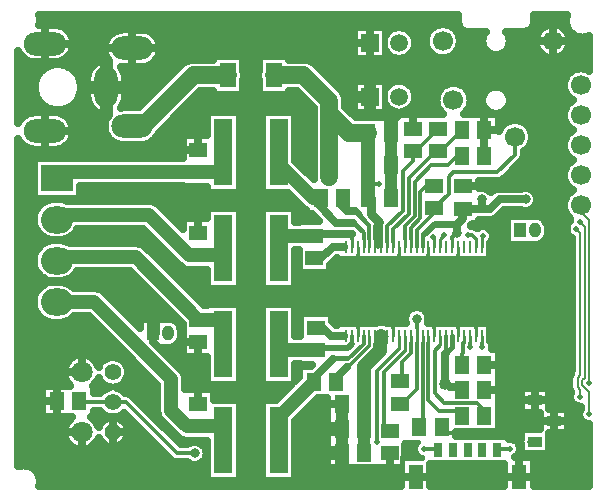
<source format=gbr>
G04 DipTrace 3.3.1.3*
G04 Bottom.gbr*
%MOIN*%
G04 #@! TF.FileFunction,Copper,L2,Bot*
G04 #@! TF.Part,Single*
G04 #@! TA.AperFunction,Conductor*
%ADD13C,0.01122*%
%ADD14C,0.012992*%
G04 #@! TA.AperFunction,CopperBalancing*
%ADD15C,0.03937*%
%ADD16C,0.025984*%
G04 #@! TA.AperFunction,Conductor*
%ADD17C,0.007874*%
G04 #@! TA.AperFunction,ViaPad*
%ADD20C,0.031496*%
G04 #@! TA.AperFunction,Conductor*
%ADD21C,0.059055*%
%ADD22C,0.015748*%
%ADD23C,0.023622*%
G04 #@! TA.AperFunction,ViaPad*
%ADD24C,0.019685*%
G04 #@! TA.AperFunction,CopperBalancing*
%ADD25C,0.047244*%
%ADD26C,0.043307*%
%ADD27C,0.003937*%
%ADD28C,0.025*%
%ADD29C,0.017717*%
%ADD31R,0.059055X0.051181*%
%ADD32R,0.051181X0.059055*%
%ADD37R,0.055118X0.082677*%
G04 #@! TA.AperFunction,ComponentPad*
%ADD40O,0.137795X0.07874*%
%ADD41O,0.07874X0.137795*%
%ADD42O,0.141732X0.07874*%
%ADD43C,0.066929*%
%ADD44R,0.066929X0.066929*%
%ADD45R,0.05937X0.05937*%
%ADD46C,0.05937*%
%ADD47R,0.106299X0.090551*%
%ADD48O,0.106299X0.090551*%
%ADD49R,0.031496X0.047244*%
%ADD50R,0.051181X0.084646*%
G04 #@! TA.AperFunction,ComponentPad*
%ADD51R,0.03937X0.051181*%
%ADD52O,0.03937X0.051181*%
%ADD54R,0.062992X0.224409*%
%ADD63R,0.049213X0.035433*%
%ADD68R,0.01122X0.03937*%
%ADD69R,0.334646X0.137795*%
G04 #@! TA.AperFunction,ComponentPad*
%ADD74C,0.055118*%
%ADD75C,0.070866*%
G04 #@! TA.AperFunction,ViaPad*
%ADD78C,0.04*%
%FSLAX26Y26*%
G04*
G70*
G90*
G75*
G01*
G04 Bottom*
%LPD*%
X1695290Y1223858D2*
D13*
Y1197677D1*
D14*
Y1174261D1*
X1793715Y1223858D2*
D13*
Y1197677D1*
D14*
Y1174261D1*
X1892140Y1223858D2*
D13*
Y1197677D1*
D14*
Y1174261D1*
X1667937Y1604213D2*
D15*
Y1495630D1*
Y1386375D1*
X1668140D1*
X1695290Y1197677D2*
D14*
Y1125433D1*
X1744503Y1076220D1*
X1793715Y1197677D2*
Y1125433D1*
X1744503Y1076220D1*
X1892140Y1197677D2*
Y1154576D1*
X1813785Y1076220D1*
X1744503D1*
X1675605Y928583D2*
D13*
Y954764D1*
D14*
Y1007323D1*
X1744503Y1076220D1*
X1505585Y699046D2*
D15*
Y618720D1*
Y538395D1*
X1505381D1*
X1557495Y1223858D2*
D13*
Y1197677D1*
D14*
Y1186072D1*
X1585772Y1157795D1*
X1662928D1*
X1744503Y1076220D1*
X1557495Y928583D2*
D13*
Y954764D1*
D14*
Y1004970D1*
X1628745Y1076220D1*
X1744503D1*
X1813400Y928583D2*
D13*
Y954764D1*
D14*
Y1007323D1*
X1744503Y1076220D1*
X1892140Y928583D2*
D13*
Y954764D1*
D14*
Y1027156D1*
X1843076Y1076220D1*
X1744503D1*
X1951196Y928583D2*
D13*
Y954764D1*
D14*
Y1056151D1*
X1931126Y1076220D1*
X1744503D1*
X1837740Y622362D2*
Y602677D1*
X2014906D1*
X2066087Y653858D1*
Y705039D1*
X2073961Y712913D1*
X2148764D1*
X1979472Y1527874D2*
D16*
Y1614488D1*
X1026717Y701102D2*
Y756220D1*
X875732Y907205D1*
Y935945D1*
X1852770Y928583D2*
D14*
Y869676D1*
D16*
X1849551Y866457D1*
Y771969D1*
X1865299Y756220D1*
X1892858D1*
X1900732Y748346D1*
X1904669D1*
X1849551Y768031D2*
D14*
Y771969D1*
X1872455Y928583D2*
D22*
Y889361D1*
X1852770Y869676D1*
X741283Y706614D2*
D14*
X784984D1*
X955850Y535748D1*
X1014906D1*
X741283Y706614D2*
X631441D1*
X629079Y708976D1*
X2117268Y1382205D2*
D16*
X2030654D1*
X1999157Y1350709D1*
X1966955D1*
X1908606D1*
Y1319213D1*
X1888921Y1299528D1*
D23*
X1814118D1*
D24*
X1782622Y1268031D1*
X1778685D1*
D14*
X1774030Y1263377D1*
Y1223858D1*
X1888921Y1271969D2*
D16*
Y1299528D1*
X1904669Y1315276D1*
Y1346772D1*
X1908606Y1350709D1*
X1971598Y1382205D2*
Y1355352D1*
D14*
X1966955Y1350709D1*
X1872455Y1223858D2*
D13*
Y1250039D1*
D14*
Y1255503D1*
X1888921Y1271969D1*
X1734660Y1223858D2*
D13*
Y1250039D1*
D14*
Y1286999D1*
X1766874Y1319213D1*
Y1405827D1*
X1786559Y1425512D1*
X1812596D1*
Y1427612D1*
X2329866Y771969D2*
D17*
Y1315276D1*
X2282622Y1362520D1*
X2302307D1*
X2133016Y575118D2*
D14*
X2148764D1*
X2286559Y1283780D2*
D17*
X2298370Y1271969D1*
Y795591D1*
X2290496Y787717D1*
Y756220D1*
X2298370Y748346D1*
Y724724D1*
X1932228Y890079D2*
D14*
Y901684D1*
X1931510Y902402D1*
D13*
Y928583D1*
X1621205Y575118D2*
D14*
Y811339D1*
X1695290Y885424D1*
D13*
Y928583D1*
X1537810D2*
D14*
Y899757D1*
D24*
X1524375Y886323D1*
X1419738D1*
Y880277D1*
D25*
X1313324D1*
X1294433Y899168D1*
X1924354Y1264094D2*
D14*
X1937140D1*
X1951196Y1250039D1*
D13*
Y1223858D1*
X1971598Y890079D2*
D14*
Y901684D1*
X1970881Y902402D1*
D13*
Y928583D1*
Y1223858D2*
Y1260157D1*
X1975535D1*
X1125147Y1795591D2*
D21*
X1010969D1*
X841677Y1626299D1*
X806244D1*
X1734660Y928583D2*
D13*
Y902402D1*
D14*
Y869676D1*
X1703882Y838898D1*
Y779843D1*
X1699945Y775906D1*
X2298370Y1307402D2*
D17*
X2314118Y1291654D1*
Y787717D1*
X2306244Y779843D1*
Y764094D1*
X2329866Y740472D1*
Y665669D1*
X1778685Y551496D2*
D14*
X1821992D1*
X1825929Y547559D1*
X1877110Y535748D2*
Y545591D1*
X1875142Y547559D1*
X1924354Y535748D2*
Y547559D1*
X1975535Y535748D2*
Y545591D1*
X1973567Y547559D1*
X2066087Y551496D2*
X2026717D1*
X2022780Y547559D1*
X1593134Y1495630D2*
D25*
Y1604213D1*
Y1495630D2*
Y1386375D1*
X1593337D1*
X1463724Y1457008D2*
D21*
Y1669606D1*
Y1708976D1*
X1377110Y1795591D1*
X1278685D1*
X1616550Y1223858D2*
D13*
Y1250039D1*
D14*
Y1294873D1*
X1629079Y1307402D1*
D20*
X1601520Y1334961D1*
Y1386375D1*
X1593337D1*
X1636235Y1223858D2*
D13*
Y1250039D1*
D14*
Y1300245D1*
X1629079Y1307402D1*
X1625142Y1224724D2*
X1629079Y1307402D1*
X1593134Y1604213D2*
D21*
X1529118D1*
X1463724Y1669606D1*
X1580184Y538395D2*
D15*
Y618720D1*
X1580388D1*
Y699046D2*
D25*
Y618720D1*
X1655920Y928583D2*
D13*
X1636235D1*
X1616550D1*
X1636235D2*
D25*
X1633016Y878268D1*
X1580388Y825640D1*
Y699046D1*
D14*
D3*
X1629079Y1433386D2*
X1605457D1*
Y1398495D1*
X1593337Y1386375D1*
X1754345Y1223858D2*
Y1279125D1*
X1812596Y1337375D1*
Y1352808D1*
X1861362Y1401575D1*
Y1457008D1*
X1877110Y1472756D1*
X2022780D1*
X2081835Y1531811D1*
Y1590866D1*
X1714975Y1223858D2*
D13*
Y1250039D1*
D14*
Y1294873D1*
X1747189Y1327087D1*
Y1441260D1*
X1802307Y1496378D1*
X1857425D1*
X1904669Y1543622D1*
Y1527874D1*
X1754345Y928583D2*
D13*
Y902402D1*
D14*
Y751566D1*
X1703882Y701102D1*
X1699945D1*
X1754345Y928583D2*
D13*
Y954764D1*
D14*
Y983849D1*
X1755063Y984567D1*
X1714975Y928583D2*
D13*
Y877550D1*
D14*
X1644827Y807402D1*
Y610551D1*
X1664512D1*
X1833085Y928583D2*
D13*
Y897235D1*
D14*
X1814118Y878268D1*
Y736535D1*
X1845614Y705039D1*
X1955850D1*
X1975535Y685354D1*
X1979983Y660366D1*
X1793715Y928583D2*
D13*
Y902402D1*
D14*
Y713631D1*
X1829866Y677480D1*
X1905180D1*
Y660366D1*
X1904975Y831243D2*
Y866151D1*
X1908606Y869782D1*
Y902402D1*
D13*
X1911825D1*
Y928583D1*
X1774030D2*
Y902402D1*
D14*
Y646702D1*
X1762937Y635609D1*
Y622362D1*
X1411864Y773811D2*
D25*
X1294433Y656381D1*
Y579055D1*
X1577180Y928583D2*
D14*
Y901172D1*
X1524827Y848819D1*
X1474370D1*
D16*
X1411864Y786312D1*
D14*
Y773811D1*
X1522780Y823150D2*
D16*
X1486667Y787037D1*
D14*
Y773811D1*
X1596865Y928583D2*
D13*
Y893298D1*
D14*
X1486667Y783100D1*
Y773811D1*
X1518125Y928583D2*
D13*
X1511874D1*
D16*
X1469614D1*
X1443117Y955080D1*
D14*
X1419738D1*
X1577180Y1223858D2*
D13*
Y1250039D1*
D14*
Y1271064D1*
X1543127Y1305117D1*
D16*
X1486871D1*
X1430615Y1361373D1*
D14*
Y1383129D1*
X1433862Y1386375D1*
D25*
X1408373D1*
X1294433Y1500315D1*
Y1539395D1*
X1508665Y1386375D2*
D14*
X1499157D1*
Y1366457D1*
D16*
X1522993Y1342621D1*
X1549378D1*
D14*
X1596865Y1295134D1*
Y1250039D1*
D13*
Y1223858D1*
X1537810D2*
Y1250039D1*
D14*
Y1267613D1*
D16*
X1419738D1*
D14*
X1413487Y1261362D1*
D25*
X1294433D1*
Y1219282D1*
X1413487Y1186559D2*
D16*
X1437071D1*
X1474370Y1223858D1*
X1510969D1*
D13*
X1518125D1*
X1109394Y579055D2*
D25*
Y626299D1*
X1026717D1*
X987346D1*
X936165Y677480D1*
Y783780D1*
X680260Y1039685D1*
X554276D1*
X1109394Y899168D2*
Y980630D1*
X1026717D1*
X818055Y1189291D1*
X581835D1*
X570024Y1177480D1*
X554276D1*
X1109394Y1539395D2*
Y1472756D1*
X1026717D1*
X589709D1*
D14*
Y1484567D1*
X554276D1*
Y1453071D1*
X1109394Y1219282D2*
D25*
Y1197165D1*
X1026717D1*
X995220D1*
X861362Y1331024D1*
X554276D1*
Y1315276D1*
X1675605Y1223858D2*
D13*
Y1240472D1*
D14*
Y1283062D1*
X1727504Y1334961D1*
Y1453071D1*
X1818055Y1543622D1*
X1825929D1*
X1833803D1*
X1904669Y1614488D1*
X1825929Y1618425D2*
X1751126Y1543622D1*
X1743252D1*
X1655920Y1223858D2*
D13*
Y1240472D1*
D14*
Y1292896D1*
X1707819Y1344795D1*
Y1476693D1*
X1743252Y1512126D1*
Y1543622D1*
X1845614Y1264094D2*
D13*
X1833085Y1251566D1*
Y1223858D1*
X1810181Y1256220D2*
D14*
X1813400Y1253001D1*
D13*
Y1223858D1*
D15*
X1463724Y1457008D3*
D78*
X1849551Y768031D3*
X2321992Y594803D3*
D24*
X1975535Y1260157D3*
X1971598Y890079D3*
X1924354Y1264094D3*
X1932228Y890079D3*
X1845614Y1264094D3*
X1810181Y1256220D3*
X2298370Y724724D3*
X2329866Y771969D3*
Y665669D3*
X2298370Y1307402D3*
X2286559Y1283780D3*
D15*
X1633016Y878268D3*
D20*
X1755063Y984567D3*
D78*
X1814118Y1043622D3*
D20*
X2117268Y1382205D3*
D24*
X1629079Y1433386D3*
D20*
X1971598Y1382205D3*
D78*
X2243252Y551496D3*
D20*
X1888921Y1271969D3*
D78*
X1207819Y697165D3*
X2188134Y1075118D3*
X1680260D3*
D20*
X1014906Y535748D3*
D78*
X1566087Y1075118D3*
X1947976D3*
X2188134Y866457D3*
X877110Y468819D3*
D20*
X1199945Y1468819D3*
D78*
X660575Y1111535D3*
D20*
X1231441Y1421575D3*
D78*
X1207819Y468819D3*
Y778530D3*
X660575Y1396969D3*
Y1539685D3*
Y968819D3*
D24*
X2133016Y575118D3*
X1081835Y1722756D3*
D78*
X660575Y1254252D3*
X1270811Y1966850D3*
D24*
X1109394Y1722756D3*
D20*
X1172386Y1421575D3*
X1207819Y980630D3*
D24*
X1778685Y551496D3*
X1877110Y535748D3*
X1924354D3*
X1975535D3*
D78*
X1434197Y689291D3*
D24*
X2066087Y551496D3*
D78*
X1434197Y590866D3*
D24*
X1066087Y1870394D3*
D78*
X1727504Y1966850D3*
D24*
X1109394Y1870394D3*
D78*
X2070024Y1075118D3*
Y866457D3*
X2077898Y645984D3*
D24*
X1621205Y575118D3*
X1081835Y1677480D3*
X1109394D3*
X1095614Y1699134D3*
X1066087Y1911732D3*
X1109394D3*
X1087740Y1892047D3*
X1476736Y855546D2*
D27*
X1528260D1*
X1476736Y851740D2*
X1528260D1*
X1528650Y859352D2*
X1476346D1*
X1476339Y850793D1*
X1528650Y850787D1*
X1528657Y859346D1*
X500487Y1970820D2*
D28*
X1889803D1*
X2147858D2*
X2249219D1*
X593499Y1945951D2*
X755396D1*
X857068D2*
X1542085D1*
X1730741D2*
X1795392D1*
X1887949D2*
X1904731D1*
X2132966D2*
X2161554D1*
X608606Y1921083D2*
X722167D1*
X890333D2*
X1542085D1*
X1748647D2*
X1783514D1*
X1899827D2*
X1971655D1*
X2066042D2*
X2149676D1*
X2265953D2*
X2327841D1*
X611333Y1896214D2*
X712335D1*
X900165D2*
X1542085D1*
X1750979D2*
X1784016D1*
X1899324D2*
X1972301D1*
X2065396D2*
X2150179D1*
X2265487D2*
X2327841D1*
X603654Y1871345D2*
X713304D1*
X899196D2*
X1542085D1*
X1740393D2*
X1797365D1*
X1886011D2*
X1990853D1*
X2046808D2*
X2163492D1*
X2252138D2*
X2327841D1*
X428719Y1846476D2*
X451565D1*
X578248D2*
X701534D1*
X886816D2*
X994170D1*
X1178519D2*
X1225300D1*
X1393896D2*
X2327841D1*
X428719Y1821608D2*
X513932D1*
X602470D2*
X665686D1*
X773566D2*
X959721D1*
X1178519D2*
X1225300D1*
X1428344D2*
X2327841D1*
X428719Y1796739D2*
X489530D1*
X626871D2*
X655387D1*
X783865D2*
X934853D1*
X1180492D2*
X1223326D1*
X1453212D2*
X2254494D1*
X428719Y1771870D2*
X479698D1*
X636703D2*
X654418D1*
X784833D2*
X909985D1*
X1178519D2*
X1225300D1*
X1478080D2*
X1542085D1*
X1653087D2*
X1669259D1*
X1722738D2*
X2243801D1*
X428719Y1747001D2*
X478657D1*
X637744D2*
X654418D1*
X784833D2*
X885118D1*
X1178519D2*
X1225300D1*
X1502948D2*
X1542085D1*
X1746601D2*
X1829195D1*
X1925018D2*
X1985327D1*
X2052370D2*
X2245164D1*
X428719Y1722133D2*
X486014D1*
X630424D2*
X654598D1*
X784654D2*
X860250D1*
X1014743D2*
X1373322D1*
X1517409D2*
X1542085D1*
X1751446D2*
X1818573D1*
X1935639D2*
X1971188D1*
X2066509D2*
X2259877D1*
X428719Y1697264D2*
X505283D1*
X611154D2*
X661774D1*
X777477D2*
X835382D1*
X989876D2*
X1398190D1*
X1519096D2*
X1542085D1*
X1743838D2*
X1820008D1*
X1934204D2*
X1972983D1*
X2064715D2*
X2254889D1*
X428719Y1672395D2*
X470619D1*
X559194D2*
X685781D1*
X965008D2*
X1052087D1*
X1166713D2*
X1237106D1*
X1351768D2*
X1408381D1*
X1653087D2*
X1685012D1*
X1706985D2*
X1834828D1*
X1919420D2*
X1994370D1*
X2043328D2*
X2243872D1*
X599527Y1647526D2*
X715206D1*
X940140D2*
X1052087D1*
X1166713D2*
X1237106D1*
X1351768D2*
X1408381D1*
X2030876D2*
X2075468D1*
X2088197D2*
X2245021D1*
X610436Y1622657D2*
X711618D1*
X915272D2*
X1052087D1*
X1166713D2*
X1237106D1*
X1351768D2*
X1408381D1*
X2131387D2*
X2259374D1*
X610293Y1597789D2*
X718364D1*
X894101D2*
X1052087D1*
X1166713D2*
X1237106D1*
X1351768D2*
X1408381D1*
X2140717D2*
X2255283D1*
X599061Y1572920D2*
X741330D1*
X871171D2*
X971347D1*
X1166713D2*
X1237106D1*
X1351768D2*
X1408381D1*
X2138205D2*
X2243980D1*
X428719Y1548051D2*
X475930D1*
X553883D2*
X971347D1*
X1166713D2*
X1237106D1*
X1351768D2*
X1408381D1*
X2121663D2*
X2244877D1*
X428719Y1523182D2*
X971347D1*
X1166713D2*
X1237106D1*
X1351768D2*
X1408381D1*
X2112871D2*
X2258836D1*
X428719Y1498314D2*
X475284D1*
X1166713D2*
X1237106D1*
X1365332D2*
X1408381D1*
X2093027D2*
X2255714D1*
X428719Y1473445D2*
X475284D1*
X1166713D2*
X1237106D1*
X1390200D2*
X1408381D1*
X2068160D2*
X2244088D1*
X428719Y1448576D2*
X475284D1*
X1166713D2*
X1237106D1*
X2042754D2*
X2244769D1*
X428719Y1423707D2*
X475284D1*
X633259D2*
X1052087D1*
X1166713D2*
X1237106D1*
X1963952D2*
X2258334D1*
X428719Y1398839D2*
X475284D1*
X633259D2*
X1327031D1*
X2155143D2*
X2256145D1*
X428719Y1373970D2*
X508370D1*
X882833D2*
X1351899D1*
X2157978D2*
X2244195D1*
X428719Y1349101D2*
X484219D1*
X912186D2*
X1052087D1*
X1166713D2*
X1237106D1*
X1351768D2*
X1377341D1*
X2140538D2*
X2244626D1*
X428719Y1324232D2*
X475894D1*
X937054D2*
X1052087D1*
X1166713D2*
X1237106D1*
X1351768D2*
X1413907D1*
X2026534D2*
X2053255D1*
X2170465D2*
X2257867D1*
X428719Y1299364D2*
X477186D1*
X1166713D2*
X1237106D1*
X1941524D2*
X2053255D1*
X2192068D2*
X2254781D1*
X428719Y1274495D2*
X488741D1*
X619802D2*
X848982D1*
X1166713D2*
X1237106D1*
X2007946D2*
X2053255D1*
X2194292D2*
X2252233D1*
X428719Y1249626D2*
X523979D1*
X584564D2*
X873850D1*
X1166713D2*
X1237106D1*
X2009489D2*
X2053255D1*
X2186757D2*
X2268596D1*
X428719Y1224757D2*
X494195D1*
X851327D2*
X898718D1*
X1166713D2*
X1237106D1*
X2002312D2*
X2268596D1*
X428719Y1199888D2*
X479052D1*
X876338D2*
X923585D1*
X1166713D2*
X1237106D1*
X2002312D2*
X2268596D1*
X428719Y1175020D2*
X475356D1*
X901206D2*
X948453D1*
X1166713D2*
X1237106D1*
X1479408D2*
X2268596D1*
X428719Y1150151D2*
X480990D1*
X926074D2*
X971347D1*
X1166713D2*
X1237106D1*
X1468858D2*
X2268596D1*
X428719Y1125282D2*
X499398D1*
X609180D2*
X813170D1*
X950977D2*
X1052087D1*
X1166713D2*
X1237106D1*
X1351768D2*
X2268596D1*
X428719Y1100413D2*
X511994D1*
X596549D2*
X838038D1*
X975845D2*
X1052087D1*
X1166713D2*
X1237106D1*
X1351768D2*
X2268596D1*
X428719Y1075545D2*
X485404D1*
X713065D2*
X862905D1*
X1000713D2*
X2268596D1*
X428719Y1050676D2*
X476181D1*
X738148D2*
X887773D1*
X1025580D2*
X2268596D1*
X428719Y1025807D2*
X476720D1*
X763016D2*
X912641D1*
X1166713D2*
X1237106D1*
X1351768D2*
X2268596D1*
X428719Y1000938D2*
X487305D1*
X787919D2*
X937508D1*
X1166713D2*
X1237106D1*
X1351768D2*
X1364387D1*
X1475102D2*
X1717092D1*
X1793035D2*
X2268596D1*
X428719Y976070D2*
X518238D1*
X590341D2*
X674980D1*
X812787D2*
X830215D1*
X1166713D2*
X1237106D1*
X1351768D2*
X1364387D1*
X1475999D2*
X1714437D1*
X1795691D2*
X2268596D1*
X428719Y951201D2*
X699848D1*
X1166713D2*
X1237106D1*
X1351768D2*
X1364387D1*
X2002312D2*
X2268596D1*
X428719Y926332D2*
X724715D1*
X1166713D2*
X1237106D1*
X2002312D2*
X2268596D1*
X428719Y901463D2*
X749583D1*
X1166713D2*
X1237106D1*
X2005255D2*
X2268596D1*
X428719Y876595D2*
X774451D1*
X912258D2*
X971347D1*
X1166713D2*
X1237106D1*
X2031199D2*
X2268596D1*
X428719Y851726D2*
X597972D1*
X678293D2*
X715242D1*
X767322D2*
X799318D1*
X937126D2*
X1052087D1*
X1166713D2*
X1237106D1*
X2031199D2*
X2268596D1*
X428719Y826857D2*
X580461D1*
X790467D2*
X824186D1*
X961994D2*
X1052087D1*
X1166713D2*
X1237106D1*
X1351768D2*
X1398549D1*
X2031199D2*
X2268596D1*
X428719Y801988D2*
X577052D1*
X794450D2*
X849054D1*
X981945D2*
X1052087D1*
X1166713D2*
X1237106D1*
X2031199D2*
X2264757D1*
X428719Y777119D2*
X584803D1*
X785264D2*
X873922D1*
X985605D2*
X1052087D1*
X1166713D2*
X1237106D1*
X2030876D2*
X2260738D1*
X428719Y752251D2*
X502843D1*
X680482D2*
X716282D1*
X766281D2*
X886732D1*
X985605D2*
X1321398D1*
X2030876D2*
X2098326D1*
X2199209D2*
X2261025D1*
X428719Y727382D2*
X502843D1*
X808876D2*
X886732D1*
X1082062D2*
X1296530D1*
X2030876D2*
X2098326D1*
X2199209D2*
X2262819D1*
X428719Y702513D2*
X502843D1*
X833744D2*
X886732D1*
X1166713D2*
X1237106D1*
X1409469D2*
X1454169D1*
X2031414D2*
X2098326D1*
X2199209D2*
X2271252D1*
X428719Y677644D2*
X502843D1*
X858647D2*
X886732D1*
X1166713D2*
X1237106D1*
X1384602D2*
X1454169D1*
X2031414D2*
X2098326D1*
X2262185D2*
X2296443D1*
X428719Y652776D2*
X599264D1*
X677001D2*
X717359D1*
X765205D2*
X794151D1*
X1166713D2*
X1237106D1*
X1359734D2*
X1454169D1*
X2031414D2*
X2161339D1*
X2262185D2*
X2296801D1*
X428719Y627907D2*
X580856D1*
X790001D2*
X819019D1*
X1166713D2*
X1237106D1*
X1351768D2*
X1454169D1*
X2031414D2*
X2161339D1*
X2262185D2*
X2327841D1*
X428719Y603038D2*
X576980D1*
X794558D2*
X843887D1*
X1166713D2*
X1237106D1*
X1351768D2*
X1454169D1*
X1889169D2*
X2098326D1*
X2262185D2*
X2327841D1*
X428719Y578169D2*
X584229D1*
X785982D2*
X868754D1*
X958118D2*
X971347D1*
X1166713D2*
X1237106D1*
X1351768D2*
X1453954D1*
X2199209D2*
X2327841D1*
X428719Y553301D2*
X610927D1*
X665339D2*
X893622D1*
X1166713D2*
X1237106D1*
X1351768D2*
X1453954D1*
X2199209D2*
X2327841D1*
X428719Y528432D2*
X918490D1*
X1166713D2*
X1237106D1*
X1351768D2*
X1453954D1*
X2092417D2*
X2327841D1*
X428719Y503563D2*
X990258D1*
X1039575D2*
X1052087D1*
X1166713D2*
X1237106D1*
X1351768D2*
X1453954D1*
X2147033D2*
X2327841D1*
X486600Y478694D2*
X1052087D1*
X1166713D2*
X1237106D1*
X1351768D2*
X1699724D1*
X1802545D2*
X2044213D1*
X2147033D2*
X2327841D1*
X499913Y453825D2*
X1052087D1*
X1166713D2*
X1237106D1*
X1351768D2*
X1699724D1*
X1802545D2*
X2044213D1*
X2147033D2*
X2327841D1*
X499949Y428957D2*
X1699724D1*
X1802545D2*
X2044213D1*
X2147033D2*
X2327841D1*
X1692235Y1667342D2*
X1843228D1*
X1836953Y1672756D1*
X1831165Y1679532D1*
X1826509Y1687131D1*
X1823098Y1695364D1*
X1821018Y1704029D1*
X1820319Y1712913D1*
X1821018Y1721798D1*
X1823098Y1730463D1*
X1826509Y1738696D1*
X1831165Y1746294D1*
X1836953Y1753071D1*
X1843729Y1758859D1*
X1851328Y1763515D1*
X1859561Y1766925D1*
X1868226Y1769006D1*
X1877110Y1769705D1*
X1885994Y1769006D1*
X1894660Y1766925D1*
X1902893Y1763515D1*
X1910491Y1758859D1*
X1917268Y1753071D1*
X1923055Y1746294D1*
X1927712Y1738696D1*
X1931122Y1730463D1*
X1933202Y1721798D1*
X1933902Y1712913D1*
X1933202Y1704029D1*
X1931122Y1695364D1*
X1927712Y1687131D1*
X1923055Y1679532D1*
X1917268Y1672756D1*
X1910970Y1667346D1*
X2011632Y1667385D1*
X2004598Y1669074D1*
X1997915Y1671842D1*
X1991748Y1675621D1*
X1986248Y1680319D1*
X1981550Y1685819D1*
X1977771Y1691986D1*
X1975003Y1698669D1*
X1973314Y1705702D1*
X1972747Y1712913D1*
X1973314Y1720124D1*
X1975003Y1727158D1*
X1977771Y1733840D1*
X1981550Y1740008D1*
X1986248Y1745508D1*
X1991748Y1750206D1*
X1997915Y1753985D1*
X2004598Y1756753D1*
X2011632Y1758442D1*
X2018843Y1759009D1*
X2026053Y1758442D1*
X2033087Y1756753D1*
X2039770Y1753985D1*
X2045937Y1750206D1*
X2051437Y1745508D1*
X2056135Y1740008D1*
X2059914Y1733840D1*
X2062682Y1727158D1*
X2064371Y1720124D1*
X2064938Y1712913D1*
X2064371Y1705702D1*
X2062682Y1698669D1*
X2059914Y1691986D1*
X2056135Y1685819D1*
X2051437Y1680319D1*
X2045937Y1675621D1*
X2039770Y1671842D1*
X2033087Y1669074D1*
X2025702Y1667344D1*
X2028390Y1667342D1*
Y1610078D1*
X2031233Y1616649D1*
X2035889Y1624247D1*
X2041677Y1631024D1*
X2048454Y1636811D1*
X2056052Y1641468D1*
X2064285Y1644878D1*
X2072951Y1646958D1*
X2081835Y1647657D1*
X2090719Y1646958D1*
X2099384Y1644878D1*
X2107617Y1641468D1*
X2115216Y1636811D1*
X2121992Y1631024D1*
X2127780Y1624247D1*
X2132436Y1616649D1*
X2135846Y1608416D1*
X2137927Y1599750D1*
X2138626Y1590866D1*
X2137927Y1581982D1*
X2135846Y1573317D1*
X2132436Y1565083D1*
X2127780Y1557485D1*
X2121992Y1550709D1*
X2115216Y1544921D1*
X2111667Y1542550D1*
X2111566Y1529471D1*
X2110834Y1524849D1*
X2109387Y1520398D1*
X2107263Y1516229D1*
X2104512Y1512443D1*
X2050957Y1458757D1*
X2042148Y1450078D1*
X2038362Y1447328D1*
X2034192Y1445203D1*
X2029742Y1443757D1*
X2025119Y1443025D1*
X1961453Y1442933D1*
X1961461Y1419935D1*
X1968533Y1421159D1*
X1974664D1*
X1980720Y1420200D1*
X1986552Y1418305D1*
X1992015Y1415521D1*
X1996975Y1411917D1*
X2001311Y1407582D1*
X2002788Y1405709D1*
X2007066Y1409822D1*
X2011677Y1413172D1*
X2016755Y1415759D1*
X2022175Y1417520D1*
X2027804Y1418412D1*
X2076585Y1418524D1*
X2102888D1*
X2108146Y1420200D1*
X2114202Y1421159D1*
X2120333D1*
X2126390Y1420200D1*
X2132221Y1418305D1*
X2137684Y1415521D1*
X2142645Y1411917D1*
X2146980Y1407582D1*
X2150584Y1402621D1*
X2153368Y1397158D1*
X2155263Y1391327D1*
X2156222Y1385270D1*
Y1379139D1*
X2155263Y1373083D1*
X2153368Y1367251D1*
X2150584Y1361788D1*
X2146980Y1356828D1*
X2142645Y1352492D1*
X2137684Y1348888D1*
X2132221Y1346104D1*
X2126390Y1344210D1*
X2120333Y1343250D1*
X2114202D1*
X2108146Y1344210D1*
X2102910Y1345884D1*
X2045679Y1345886D1*
X2022745Y1323091D1*
X2018134Y1319742D1*
X2013056Y1317154D1*
X2007636Y1315393D1*
X2002007Y1314502D1*
X1961465Y1314390D1*
X1961461Y1301791D1*
X1940469D1*
X1937989Y1297865D1*
X1936216Y1295617D1*
X1937048Y1294739D1*
X1939480Y1293825D1*
X1944102Y1293093D1*
X1948553Y1291647D1*
X1952723Y1289523D1*
X1954677Y1288216D1*
X1958205Y1288439D1*
X1962842Y1290802D1*
X1967792Y1292410D1*
X1972933Y1293225D1*
X1978138D1*
X1983279Y1292410D1*
X1988229Y1290802D1*
X1992866Y1288439D1*
X1997077Y1285380D1*
X2000758Y1281699D1*
X2003817Y1277488D1*
X2006180Y1272851D1*
X2007788Y1267901D1*
X2008602Y1262760D1*
Y1257555D1*
X2007788Y1252414D1*
X2006180Y1247464D1*
X2003817Y1242827D1*
X2000758Y1238616D1*
X1999811Y1237592D1*
X1999818Y1180846D1*
X1882888D1*
X1745093Y1180882D1*
X1686038D1*
X1607298D1*
X1548243D1*
X1489188Y1180846D1*
Y1187341D1*
X1466349Y1164474D1*
X1466341Y1137642D1*
X1360633D1*
Y1214418D1*
X1349290Y1214413D1*
X1349256Y1083750D1*
X1239611D1*
Y1354813D1*
X1349256D1*
Y1308343D1*
X1360639Y1308311D1*
X1360633Y1310279D1*
X1430356D1*
X1407096Y1333530D1*
X1384945Y1333521D1*
Y1345686D1*
X1380777Y1348393D1*
X1375175Y1353177D1*
X1324503Y1403849D1*
X1239611Y1403863D1*
Y1674926D1*
X1349256D1*
Y1511904D1*
X1411390Y1449753D1*
X1410870Y1457008D1*
Y1687082D1*
X1355227Y1742726D1*
X1329564Y1742736D1*
X1329571Y1730925D1*
X1227799D1*
Y1781271D1*
X1226481Y1787322D1*
X1225831Y1795591D1*
X1226481Y1803859D1*
X1227797Y1809723D1*
X1227799Y1860256D1*
X1329571D1*
Y1848450D1*
X1381257Y1848282D1*
X1389449Y1846985D1*
X1397337Y1844422D1*
X1404727Y1840656D1*
X1411436Y1835781D1*
X1433971Y1813477D1*
X1503915Y1743303D1*
X1508790Y1736593D1*
X1512556Y1729203D1*
X1515118Y1721315D1*
X1516416Y1713123D1*
X1516579Y1691501D1*
X1551009Y1657069D1*
X1690393Y1657067D1*
X1690398Y1667342D1*
X1692235D1*
X1456670Y646192D2*
X1456668Y720953D1*
X1425435Y720956D1*
X1349275Y644827D1*
X1349256Y443523D1*
X1239610D1*
Y714586D1*
X1286224D1*
X1335302Y763645D1*
X1239610Y763636D1*
Y1034699D1*
X1349256D1*
Y927226D1*
X1366899D1*
X1366883Y1003997D1*
X1472592D1*
Y976976D1*
X1484657Y964903D1*
X1489171Y964902D1*
X1489188Y971594D1*
X1617635Y971690D1*
X1624607Y974069D1*
X1631866Y975328D1*
X1639233Y975436D1*
X1646525Y974390D1*
X1653564Y972216D1*
X1654973Y971592D1*
X1718175Y971594D1*
X1716469Y978454D1*
X1715988Y984567D1*
X1716469Y990680D1*
X1717901Y996642D1*
X1720247Y1002307D1*
X1723451Y1007535D1*
X1727433Y1012197D1*
X1732095Y1016179D1*
X1737323Y1019383D1*
X1742988Y1021729D1*
X1748950Y1023161D1*
X1755063Y1023642D1*
X1761176Y1023161D1*
X1767138Y1021729D1*
X1772803Y1019383D1*
X1778031Y1016179D1*
X1782693Y1012197D1*
X1786675Y1007535D1*
X1789879Y1002307D1*
X1792225Y996642D1*
X1793657Y990680D1*
X1794138Y984567D1*
X1793657Y978454D1*
X1791898Y971604D1*
X1999818Y971594D1*
X1999962Y910900D1*
X2001055Y906340D1*
X2003851Y897822D1*
X2004665Y892681D1*
Y887476D1*
X2004352Y884097D1*
X2028696D1*
Y778388D1*
X2028387D1*
X2028390Y713220D1*
X2028901D1*
Y607512D1*
X1886671Y607511D1*
X1886657Y594513D1*
X2061854Y594508D1*
Y584424D1*
X2068689Y584563D1*
X2073830Y583749D1*
X2078780Y582140D1*
X2083418Y579778D1*
X2087628Y576718D1*
X2091309Y573038D1*
X2094368Y568827D1*
X2096731Y564189D1*
X2098339Y559239D1*
X2099154Y554098D1*
Y548894D1*
X2098339Y543753D1*
X2096731Y538803D1*
X2094368Y534165D1*
X2091309Y529954D1*
X2087628Y526274D1*
X2082770Y522852D1*
X2144532Y522854D1*
Y426204D1*
X2330311Y426201D1*
X2330335Y632487D1*
X2324677Y632908D1*
X2319616Y634123D1*
X2314808Y636115D1*
X2310370Y638835D1*
X2306412Y642215D1*
X2303032Y646173D1*
X2300312Y650611D1*
X2298320Y655419D1*
X2297105Y660480D1*
X2296697Y665669D1*
X2297105Y670858D1*
X2298320Y675919D1*
X2300312Y680728D1*
X2302608Y684531D1*
X2300973Y691657D1*
X2295768D1*
X2290627Y692472D1*
X2285677Y694080D1*
X2281039Y696443D1*
X2276828Y699502D1*
X2273148Y703183D1*
X2270089Y707394D1*
X2267726Y712031D1*
X2266117Y716981D1*
X2265303Y722122D1*
Y727327D1*
X2266117Y732468D1*
X2267726Y737418D1*
X2268786Y739718D1*
X2266204Y743843D1*
X2264567Y747795D1*
X2263568Y751955D1*
X2263233Y756229D1*
X2263316Y789856D1*
X2263986Y794081D1*
X2265308Y798150D1*
X2267250Y801962D1*
X2269770Y805429D1*
X2271106Y813963D1*
Y1254442D1*
X2267063Y1256945D1*
X2263105Y1260325D1*
X2259725Y1264283D1*
X2257005Y1268721D1*
X2255013Y1273530D1*
X2253798Y1278591D1*
X2253390Y1283780D1*
X2253798Y1288968D1*
X2255013Y1294029D1*
X2257005Y1298838D1*
X2259725Y1303276D1*
X2263105Y1307234D1*
X2265249Y1309184D1*
X2266117Y1315145D1*
X2266976Y1318062D1*
X2262150Y1322362D1*
X2256362Y1329139D1*
X2251706Y1336737D1*
X2248295Y1344970D1*
X2246215Y1353636D1*
X2245516Y1362520D1*
X2246215Y1371404D1*
X2248295Y1380069D1*
X2251706Y1388302D1*
X2256362Y1395901D1*
X2262150Y1402677D1*
X2268926Y1408465D1*
X2275415Y1412500D1*
X2268926Y1416575D1*
X2262150Y1422362D1*
X2256362Y1429139D1*
X2251706Y1436737D1*
X2248295Y1444970D1*
X2246215Y1453636D1*
X2245516Y1462520D1*
X2246215Y1471404D1*
X2248295Y1480069D1*
X2251706Y1488302D1*
X2256362Y1495901D1*
X2262150Y1502677D1*
X2268926Y1508465D1*
X2275415Y1512500D1*
X2268926Y1516575D1*
X2262150Y1522362D1*
X2256362Y1529139D1*
X2251706Y1536737D1*
X2248295Y1544970D1*
X2246215Y1553636D1*
X2245516Y1562520D1*
X2246215Y1571404D1*
X2248295Y1580069D1*
X2251706Y1588302D1*
X2256362Y1595901D1*
X2262150Y1602677D1*
X2268926Y1608465D1*
X2275415Y1612500D1*
X2268926Y1616575D1*
X2262150Y1622362D1*
X2256362Y1629139D1*
X2251706Y1636737D1*
X2248295Y1644970D1*
X2246215Y1653636D1*
X2245516Y1662520D1*
X2246215Y1671404D1*
X2248295Y1680069D1*
X2251706Y1688302D1*
X2256362Y1695901D1*
X2262150Y1702677D1*
X2268926Y1708465D1*
X2275415Y1712500D1*
X2268926Y1716575D1*
X2262150Y1722362D1*
X2256362Y1729139D1*
X2251706Y1736737D1*
X2248295Y1744970D1*
X2246215Y1753636D1*
X2245516Y1762520D1*
X2246215Y1771404D1*
X2248295Y1780069D1*
X2251706Y1788302D1*
X2256362Y1795901D1*
X2262150Y1802677D1*
X2268926Y1808465D1*
X2276524Y1813121D1*
X2284758Y1816531D1*
X2293423Y1818612D1*
X2302307Y1819311D1*
X2311191Y1818612D1*
X2319857Y1816531D1*
X2328090Y1813121D1*
X2330324Y1811870D1*
X2330335Y1927475D1*
X2323185Y1924553D1*
X2314820Y1922545D1*
X2306244Y1921870D1*
X2297668Y1922545D1*
X2289303Y1924553D1*
X2281355Y1927845D1*
X2274020Y1932340D1*
X2267478Y1937927D1*
X2261891Y1944469D1*
X2257397Y1951804D1*
X2254104Y1959752D1*
X2252096Y1968117D1*
X2251421Y1976693D1*
X2252096Y1985269D1*
X2254104Y1993634D1*
X2254867Y1995701D1*
X2145508Y1995689D1*
X2145429Y1971287D1*
X2143245Y1960896D1*
X2141911Y1958278D1*
X2136429Y1950351D1*
X2134195Y1948443D1*
X2126097Y1943217D1*
X2123302Y1942309D1*
X2113331Y1940571D1*
X2053153D1*
X2058146Y1933849D1*
X2061429Y1927404D1*
X2063665Y1920525D1*
X2064796Y1913380D1*
Y1906147D1*
X2063665Y1899003D1*
X2061429Y1892124D1*
X2058146Y1885679D1*
X2053894Y1879827D1*
X2048779Y1874712D1*
X2042928Y1870461D1*
X2036483Y1867177D1*
X2029603Y1864942D1*
X2022459Y1863810D1*
X2015226D1*
X2008082Y1864942D1*
X2001202Y1867177D1*
X1994758Y1870461D1*
X1988906Y1874712D1*
X1983791Y1879827D1*
X1979539Y1885679D1*
X1976256Y1892124D1*
X1974020Y1899003D1*
X1972889Y1906147D1*
Y1913380D1*
X1974020Y1920525D1*
X1976256Y1927404D1*
X1979539Y1933849D1*
X1983791Y1939701D1*
X1984588Y1940562D1*
X1922885Y1940657D1*
X1912495Y1942842D1*
X1909876Y1944176D1*
X1901950Y1949657D1*
X1900041Y1951892D1*
X1894816Y1959989D1*
X1893908Y1962784D1*
X1892179Y1972269D1*
X1892169Y1995686D1*
X496753Y1995689D1*
X498187Y1989206D1*
X498862Y1980630D1*
X498187Y1972054D1*
X496430Y1964579D1*
X550422Y1964458D1*
X557712Y1963558D1*
X564846Y1961812D1*
X571727Y1959244D1*
X578261Y1955889D1*
X584357Y1951792D1*
X589933Y1947011D1*
X594911Y1941611D1*
X599223Y1935665D1*
X602811Y1929256D1*
X605624Y1922471D1*
X607625Y1915404D1*
X608785Y1908151D1*
X609072Y1900053D1*
X608427Y1892736D1*
X606931Y1885545D1*
X604604Y1878579D1*
X601478Y1871932D1*
X597597Y1865697D1*
X593013Y1859958D1*
X587789Y1854794D1*
X581997Y1850277D1*
X575717Y1846469D1*
X569035Y1843421D1*
X562041Y1841175D1*
X554834Y1839763D1*
X547510Y1839203D1*
X479010Y1839347D1*
X471726Y1840291D1*
X464602Y1842080D1*
X457737Y1844690D1*
X451223Y1848085D1*
X445152Y1852218D1*
X439606Y1857033D1*
X434660Y1862464D1*
X430384Y1868435D1*
X426835Y1874866D1*
X426203Y1876242D1*
X426201Y1636178D1*
X429982Y1643360D1*
X434186Y1649383D1*
X439065Y1654873D1*
X444553Y1659755D1*
X450574Y1663962D1*
X457045Y1667435D1*
X463879Y1670128D1*
X470980Y1672004D1*
X478252Y1673036D1*
X488922Y1673248D1*
X550422Y1673119D1*
X557712Y1672219D1*
X564846Y1670474D1*
X571727Y1667905D1*
X578261Y1664550D1*
X584357Y1660454D1*
X589933Y1655672D1*
X594911Y1650272D1*
X599223Y1644326D1*
X602811Y1637917D1*
X605624Y1631132D1*
X607625Y1624065D1*
X608785Y1616813D1*
X609072Y1608714D1*
X608427Y1601398D1*
X606931Y1594207D1*
X604604Y1587240D1*
X601478Y1580594D1*
X597597Y1574358D1*
X593013Y1568619D1*
X587789Y1563456D1*
X581997Y1558939D1*
X575717Y1555130D1*
X569035Y1552082D1*
X562041Y1549836D1*
X554834Y1548424D1*
X547510Y1547864D1*
X479010Y1548009D1*
X471726Y1548953D1*
X464602Y1550742D1*
X457737Y1553351D1*
X451223Y1556746D1*
X445152Y1560880D1*
X439606Y1565695D1*
X434660Y1571125D1*
X430384Y1577097D1*
X426835Y1583528D1*
X426203Y1584903D1*
X426201Y493123D1*
X435463Y495408D1*
X444039Y496083D1*
X452616Y495408D1*
X460981Y493399D1*
X468928Y490107D1*
X476263Y485612D1*
X482805Y480025D1*
X488392Y473484D1*
X492887Y466149D1*
X496179Y458201D1*
X498187Y449836D1*
X498862Y441260D1*
X498187Y432684D1*
X496713Y426212D1*
X1702194Y426201D1*
X1702209Y486828D1*
X1629098Y486831D1*
X1629101Y485540D1*
X1456463D1*
X1456668Y600774D1*
Y646196D1*
X1405525Y831359D2*
X1366883D1*
Y833333D1*
X1349225Y833328D1*
X1349256Y777589D1*
X1362959Y791303D1*
X1362946Y826665D1*
X1400876D1*
X1054574Y856909D2*
X973863D1*
X973862Y967059D1*
X798621Y1142329D1*
X621087Y1142342D1*
X617650Y1137157D1*
X610659Y1128971D1*
X602473Y1121980D1*
X593294Y1116355D1*
X583349Y1112236D1*
X572881Y1109723D1*
X562150Y1108878D1*
X541019Y1109089D1*
X530387Y1110773D1*
X520149Y1114100D1*
X510557Y1118987D1*
X501848Y1125315D1*
X494236Y1132927D1*
X487908Y1141636D1*
X483021Y1151227D1*
X479695Y1161465D1*
X478011Y1172098D1*
Y1182863D1*
X479695Y1193495D1*
X483021Y1203733D1*
X487908Y1213325D1*
X494236Y1222034D1*
X501848Y1229646D1*
X510557Y1235973D1*
X520149Y1240861D1*
X530387Y1244187D1*
X541019Y1245871D1*
X562150Y1246083D1*
X567532Y1245871D1*
X578165Y1244187D1*
X588403Y1240861D1*
X597535Y1236230D1*
X821739Y1236096D1*
X829015Y1234943D1*
X836022Y1232667D1*
X842586Y1229322D1*
X848546Y1224992D1*
X870740Y1203002D1*
X1044171Y1029571D1*
X1054566Y1029547D1*
X1054571Y1034699D1*
X1164217D1*
Y763636D1*
X1054571D1*
Y856899D1*
X983113Y750020D2*
X1079571D1*
Y714588D1*
X1164217Y714586D1*
Y443523D1*
X1054571D1*
Y577407D1*
X973862Y577382D1*
Y581293D1*
X966032Y584467D1*
X959751Y588317D1*
X954149Y593101D1*
X900465Y646989D1*
X896135Y652950D1*
X892790Y659514D1*
X890514Y666520D1*
X889361Y673797D1*
X889216Y705039D1*
Y764356D1*
X660824Y992725D1*
X612188Y992736D1*
X606703Y987519D1*
X597994Y981192D1*
X588403Y976305D1*
X578165Y972978D1*
X567532Y971294D1*
X546402Y971083D1*
X541019Y971294D1*
X530387Y972978D1*
X520149Y976305D1*
X510557Y981192D1*
X501848Y987519D1*
X494236Y995131D1*
X487908Y1003840D1*
X483021Y1013432D1*
X479695Y1023670D1*
X478011Y1034303D1*
Y1045068D1*
X479695Y1055700D1*
X483021Y1065938D1*
X487908Y1075530D1*
X494236Y1084239D1*
X501848Y1091851D1*
X510557Y1098178D1*
X520149Y1103065D1*
X530387Y1106392D1*
X541019Y1108076D1*
X562150Y1108287D1*
X572881Y1107443D1*
X583349Y1104930D1*
X593294Y1100810D1*
X602473Y1095186D1*
X610659Y1088194D1*
X612101Y1086634D1*
X683943Y1086489D1*
X691220Y1085337D1*
X698226Y1083060D1*
X704791Y1079716D1*
X710751Y1075385D1*
X732945Y1053396D1*
X832741Y953600D1*
X832721Y984862D1*
X918744D1*
Y984295D1*
X925732Y984862D1*
X932461Y984333D1*
X939024Y982757D1*
X945259Y980174D1*
X951014Y976648D1*
X956146Y972264D1*
X960530Y967132D1*
X964056Y961377D1*
X966639Y955142D1*
X968215Y948579D1*
X968744Y941850D1*
X968612Y926665D1*
X967556Y919998D1*
X965470Y913579D1*
X962406Y907566D1*
X958439Y902105D1*
X953666Y897333D1*
X948206Y893366D1*
X942192Y890302D1*
X935773Y888216D1*
X929107Y887160D1*
X922358D1*
X918744Y887487D1*
Y887027D1*
X899317D1*
X971866Y814270D1*
X976196Y808310D1*
X979540Y801746D1*
X981817Y794740D1*
X982970Y787463D1*
X983114Y756220D1*
Y750013D1*
X975700Y1596476D2*
X1054566D1*
X1054571Y1674926D1*
X1164217D1*
Y1403863D1*
X1054571D1*
Y1423851D1*
X973862Y1423839D1*
Y1425812D1*
X630735Y1425807D1*
X630752Y1384468D1*
X477800D1*
Y1521673D1*
X630752D1*
Y1519699D1*
X973849Y1519705D1*
X973862Y1596476D1*
X975700D1*
Y1320886D2*
X1054566D1*
X1054571Y1354814D1*
X1164217D1*
Y1083751D1*
X1054571D1*
Y1148235D1*
X973862Y1148248D1*
Y1155389D1*
X967625Y1159183D1*
X962023Y1163967D1*
X841928Y1284062D1*
X623271Y1284075D1*
X617650Y1274952D1*
X610659Y1266766D1*
X602473Y1259775D1*
X593294Y1254150D1*
X583349Y1250031D1*
X572881Y1247518D1*
X562150Y1246673D1*
X541019Y1246885D1*
X530387Y1248569D1*
X520149Y1251895D1*
X510557Y1256782D1*
X501848Y1263110D1*
X494236Y1270722D1*
X487908Y1279431D1*
X483021Y1289023D1*
X479695Y1299261D1*
X478011Y1309893D1*
Y1320658D1*
X479695Y1331290D1*
X483021Y1341529D1*
X487908Y1351120D1*
X494236Y1359829D1*
X501848Y1367441D1*
X510557Y1373769D1*
X520149Y1378656D1*
X530387Y1381982D1*
X541019Y1383666D1*
X562150Y1383878D1*
X572881Y1383033D1*
X583349Y1380520D1*
X589874Y1377978D1*
X865046Y1377828D1*
X872322Y1376675D1*
X879329Y1374399D1*
X885893Y1371054D1*
X891853Y1366724D1*
X914047Y1344734D1*
X973854Y1284928D1*
X973862Y1320886D1*
X975700D1*
X589348Y761831D2*
X600077D1*
X594505Y767254D1*
X589935Y773004D1*
X586119Y779279D1*
X583116Y785981D1*
X580972Y793006D1*
X579721Y800242D1*
X579382Y807579D1*
X579961Y814900D1*
X581449Y822092D1*
X583823Y829042D1*
X587045Y835642D1*
X591065Y841789D1*
X595820Y847385D1*
X601237Y852345D1*
X607230Y856591D1*
X613705Y860055D1*
X620563Y862685D1*
X627695Y864439D1*
X634989Y865290D1*
X642333Y865224D1*
X649612Y864242D1*
X656711Y862360D1*
X663520Y859607D1*
X669932Y856027D1*
X675848Y851674D1*
X681174Y846618D1*
X685828Y840936D1*
X689737Y834718D1*
X692840Y828062D1*
X693891Y825138D1*
X695944Y829716D1*
X700116Y836524D1*
X705302Y842596D1*
X711374Y847782D1*
X718182Y851954D1*
X725559Y855009D1*
X733323Y856874D1*
X741283Y857500D1*
X749244Y856874D1*
X757008Y855009D1*
X764385Y851954D1*
X771193Y847782D1*
X777265Y842596D1*
X782451Y836524D1*
X786623Y829716D1*
X789679Y822339D1*
X791543Y814574D1*
X792169Y806614D1*
X791543Y798654D1*
X789679Y790890D1*
X786623Y783512D1*
X782451Y776704D1*
X777265Y770632D1*
X771193Y765447D1*
X764385Y761275D1*
X757008Y758219D1*
X750637Y756632D1*
X757008Y755009D1*
X764385Y751954D1*
X771193Y747782D1*
X777265Y742596D1*
X782512Y736433D1*
X789650Y736070D1*
X794200Y734977D1*
X798524Y733187D1*
X802514Y730741D1*
X806072Y727702D1*
X968186Y565588D1*
X989689Y565571D1*
X994489Y569065D1*
X999952Y571848D1*
X1005784Y573743D1*
X1011840Y574702D1*
X1017971D1*
X1024027Y573743D1*
X1029859Y571848D1*
X1035322Y569065D1*
X1040283Y565461D1*
X1044618Y561125D1*
X1048222Y556165D1*
X1051006Y550701D1*
X1052901Y544870D1*
X1053860Y538814D1*
Y532682D1*
X1052901Y526626D1*
X1051006Y520795D1*
X1048222Y515332D1*
X1044618Y510371D1*
X1040283Y506035D1*
X1035322Y502431D1*
X1029859Y499648D1*
X1024027Y497753D1*
X1017971Y496794D1*
X1011840D1*
X1005784Y497753D1*
X999952Y499648D1*
X994489Y502431D1*
X989670Y505924D1*
X953511Y506017D1*
X948888Y506749D1*
X944438Y508195D1*
X940268Y510320D1*
X936482Y513070D1*
X882797Y566626D1*
X778028Y671395D1*
X771193Y665447D1*
X764385Y661275D1*
X757008Y658219D1*
X750637Y656632D1*
X756628Y655131D1*
X763451Y652418D1*
X769812Y648751D1*
X775579Y644206D1*
X780633Y638879D1*
X784866Y632880D1*
X788193Y626334D1*
X790543Y619377D1*
X791867Y612155D1*
X792136Y604777D1*
X791342Y597478D1*
X789506Y590368D1*
X786666Y583597D1*
X782881Y577305D1*
X778230Y571624D1*
X772809Y566670D1*
X766732Y562549D1*
X760125Y559345D1*
X753126Y557126D1*
X745880Y555936D1*
X738539Y555802D1*
X731255Y556726D1*
X724179Y558689D1*
X717460Y561650D1*
X711236Y565547D1*
X705639Y570299D1*
X700783Y575807D1*
X696771Y581956D1*
X693896Y588093D1*
X691353Y581706D1*
X687830Y575262D1*
X683531Y569307D1*
X678523Y563936D1*
X672883Y559231D1*
X666701Y555266D1*
X660073Y552104D1*
X653101Y549793D1*
X645896Y548369D1*
X638570Y547856D1*
X631237Y548260D1*
X624012Y549577D1*
X617007Y551784D1*
X610332Y554848D1*
X604092Y558720D1*
X598383Y563341D1*
X593295Y568637D1*
X588908Y574527D1*
X585290Y580919D1*
X582498Y587711D1*
X580574Y594799D1*
X579550Y602072D1*
X579441Y609415D1*
X580249Y616715D1*
X581961Y623857D1*
X584551Y630729D1*
X587977Y637225D1*
X592188Y643243D1*
X597116Y648688D1*
X602685Y653476D1*
X606498Y656123D1*
X505358Y656122D1*
Y761831D1*
X589348D1*
X676154D2*
X677996D1*
Y736460D1*
X700116Y736524D1*
X705302Y742596D1*
X711374Y747782D1*
X718182Y751954D1*
X725559Y755009D1*
X731930Y756596D1*
X725559Y758219D1*
X718182Y761275D1*
X711374Y765447D1*
X705302Y770632D1*
X700116Y776704D1*
X695944Y783512D1*
X693909Y788122D1*
X691353Y781706D1*
X687830Y775262D1*
X683531Y769307D1*
X678523Y763936D1*
X676163Y761828D1*
X677996Y676821D2*
Y656122D1*
X669932Y656027D1*
X675848Y651674D1*
X681174Y646618D1*
X685828Y640936D1*
X689737Y634718D1*
X692840Y628062D1*
X693891Y625138D1*
X696752Y631237D1*
X700759Y637390D1*
X705610Y642902D1*
X711204Y647658D1*
X717424Y651560D1*
X724141Y654526D1*
X731215Y656494D1*
X731844Y656609D1*
X725559Y658219D1*
X718182Y661275D1*
X711374Y665447D1*
X705302Y670632D1*
X700055Y676795D1*
X678020Y676791D1*
X1083448Y1860256D2*
X1176033D1*
Y1809910D1*
X1177351Y1803859D1*
X1178001Y1795591D1*
X1177351Y1787322D1*
X1176035Y1781458D1*
X1176033Y1730925D1*
X1074261D1*
Y1742731D1*
X1032889Y1742736D1*
X894500Y1604375D1*
X891635Y1597835D1*
X886494Y1589447D1*
X880105Y1581966D1*
X872624Y1575576D1*
X864235Y1570436D1*
X855146Y1566671D1*
X845580Y1564374D1*
X835772Y1563602D1*
X776717D1*
X766909Y1564374D1*
X757342Y1566671D1*
X748253Y1570436D1*
X739864Y1575576D1*
X732383Y1581966D1*
X725994Y1589447D1*
X720853Y1597835D1*
X717088Y1606925D1*
X714792Y1616491D1*
X714020Y1626299D1*
X714792Y1636107D1*
X717088Y1645674D1*
X720853Y1654763D1*
X725994Y1663151D1*
X727006Y1664435D1*
X718901Y1664000D1*
X711575Y1664516D1*
X704358Y1665884D1*
X697352Y1668088D1*
X690651Y1671095D1*
X684348Y1674866D1*
X678529Y1679348D1*
X673274Y1684479D1*
X668655Y1690190D1*
X664736Y1696402D1*
X661570Y1703030D1*
X659201Y1709982D1*
X657661Y1717164D1*
X656972Y1724476D1*
X657020Y1789041D1*
X657834Y1796341D1*
X659497Y1803495D1*
X661985Y1810405D1*
X665264Y1816978D1*
X669290Y1823121D1*
X674006Y1828752D1*
X679348Y1833793D1*
X685243Y1838174D1*
X691610Y1841835D1*
X698362Y1844727D1*
X705405Y1846810D1*
X712644Y1848054D1*
X719978Y1848444D1*
X726944Y1848012D1*
X722734Y1854255D1*
X719375Y1860787D1*
X716803Y1867667D1*
X715054Y1874801D1*
X714151Y1882090D1*
X714106Y1889435D1*
X714921Y1896734D1*
X716584Y1903888D1*
X719072Y1910799D1*
X722351Y1917371D1*
X726376Y1923515D1*
X731092Y1929146D1*
X736435Y1934186D1*
X742330Y1938567D1*
X748697Y1942229D1*
X755448Y1945121D1*
X762492Y1947204D1*
X769731Y1948448D1*
X778554Y1948838D1*
X839792Y1948710D1*
X847082Y1947810D1*
X854216Y1946064D1*
X861097Y1943496D1*
X867631Y1940141D1*
X873727Y1936044D1*
X879303Y1931263D1*
X884281Y1925862D1*
X888593Y1919917D1*
X892181Y1913508D1*
X894994Y1906723D1*
X896995Y1899656D1*
X898155Y1892403D1*
X898442Y1884305D1*
X897797Y1876988D1*
X896301Y1869797D1*
X893974Y1862831D1*
X890848Y1856184D1*
X886967Y1849949D1*
X882383Y1844210D1*
X877159Y1839046D1*
X871367Y1834529D1*
X865087Y1830721D1*
X858405Y1827673D1*
X851412Y1825427D1*
X844204Y1824014D1*
X836880Y1823455D1*
X772317Y1823599D1*
X769396Y1823880D1*
X773419Y1817961D1*
X776817Y1811449D1*
X779430Y1804585D1*
X781223Y1797462D1*
X782170Y1790179D1*
X782327Y1774724D1*
X782085Y1721188D1*
X781012Y1713922D1*
X779098Y1706831D1*
X776367Y1700013D1*
X772857Y1693561D1*
X769395Y1688567D1*
X776736Y1688995D1*
X829646Y1688996D1*
X976642Y1835781D1*
X983352Y1840656D1*
X990742Y1844422D1*
X998630Y1846985D1*
X1006822Y1848282D1*
X1038528Y1848445D1*
X1074232D1*
X1074261Y1860256D1*
X1083448D1*
X635565Y1750133D2*
X634849Y1744082D1*
X633661Y1738107D1*
X632007Y1732243D1*
X629898Y1726527D1*
X627347Y1720995D1*
X624371Y1715679D1*
X620986Y1710613D1*
X617214Y1705829D1*
X613078Y1701355D1*
X608604Y1697219D1*
X603820Y1693447D1*
X598754Y1690063D1*
X593439Y1687086D1*
X587906Y1684535D1*
X582190Y1682426D1*
X576326Y1680772D1*
X570351Y1679584D1*
X564300Y1678868D1*
X558213Y1678629D1*
X552125Y1678868D1*
X546075Y1679584D1*
X540099Y1680772D1*
X534235Y1682426D1*
X528519Y1684535D1*
X522987Y1687086D1*
X517671Y1690063D1*
X512605Y1693447D1*
X507821Y1697219D1*
X503347Y1701355D1*
X499211Y1705829D1*
X495439Y1710613D1*
X492055Y1715679D1*
X489078Y1720995D1*
X486527Y1726527D1*
X484418Y1732243D1*
X482765Y1738107D1*
X481576Y1744082D1*
X480860Y1750133D1*
X480621Y1756220D1*
X480860Y1762308D1*
X481576Y1768359D1*
X482765Y1774334D1*
X484418Y1780198D1*
X486527Y1785914D1*
X489078Y1791446D1*
X492055Y1796762D1*
X495439Y1801828D1*
X499211Y1806612D1*
X503347Y1811086D1*
X507821Y1815222D1*
X512605Y1818994D1*
X517671Y1822378D1*
X522987Y1825355D1*
X528519Y1827906D1*
X534235Y1830015D1*
X540099Y1831668D1*
X546075Y1832857D1*
X552125Y1833573D1*
X558213Y1833812D1*
X564300Y1833573D1*
X570351Y1832857D1*
X576326Y1831668D1*
X582190Y1830015D1*
X587906Y1827906D1*
X593439Y1825355D1*
X598754Y1822378D1*
X603820Y1818994D1*
X608604Y1815222D1*
X613078Y1811086D1*
X617214Y1806612D1*
X620986Y1801828D1*
X624371Y1796762D1*
X627347Y1791446D1*
X629898Y1785914D1*
X632007Y1780198D1*
X633661Y1774334D1*
X634849Y1768359D1*
X635565Y1762308D1*
X635804Y1756220D1*
X635565Y1750133D1*
X2264581Y1907927D2*
X2263869Y1900617D1*
X2262220Y1893461D1*
X2259661Y1886577D1*
X2256236Y1880081D1*
X2252001Y1874081D1*
X2247027Y1868678D1*
X2241397Y1863962D1*
X2235206Y1860012D1*
X2228557Y1856894D1*
X2221561Y1854660D1*
X2214335Y1853347D1*
X2207000Y1852978D1*
X2199679Y1853559D1*
X2192494Y1855079D1*
X2185566Y1857514D1*
X2179009Y1860822D1*
X2172935Y1864949D1*
X2167443Y1869826D1*
X2162627Y1875370D1*
X2158567Y1881489D1*
X2155330Y1888081D1*
X2152971Y1895036D1*
X2151529Y1902237D1*
X2151028Y1909564D1*
X2151477Y1916894D1*
X2152868Y1924105D1*
X2155178Y1931076D1*
X2158369Y1937691D1*
X2162386Y1943839D1*
X2167163Y1949417D1*
X2172620Y1954331D1*
X2178665Y1958501D1*
X2185198Y1961856D1*
X2192110Y1964339D1*
X2199284Y1965910D1*
X2206600Y1966542D1*
X2213937Y1966225D1*
X2221172Y1964963D1*
X2228184Y1962778D1*
X2234855Y1959707D1*
X2241073Y1955801D1*
X2246736Y1951124D1*
X2251748Y1945757D1*
X2256025Y1939787D1*
X2259497Y1933315D1*
X2262104Y1926449D1*
X2263803Y1919305D1*
X2264566Y1912001D1*
X2264581Y1907927D1*
X1898293Y1905308D2*
X1896899Y1896506D1*
X1894146Y1888031D1*
X1890100Y1880090D1*
X1884862Y1872881D1*
X1878560Y1866579D1*
X1871351Y1861341D1*
X1863410Y1857295D1*
X1854935Y1854542D1*
X1846133Y1853148D1*
X1837221D1*
X1828419Y1854542D1*
X1819944Y1857295D1*
X1812004Y1861341D1*
X1804794Y1866579D1*
X1798493Y1872881D1*
X1793255Y1880090D1*
X1789209Y1888031D1*
X1786455Y1896506D1*
X1785061Y1905308D1*
Y1914220D1*
X1786455Y1923021D1*
X1789209Y1931497D1*
X1793255Y1939437D1*
X1798493Y1946647D1*
X1804794Y1952948D1*
X1812004Y1958186D1*
X1819944Y1962232D1*
X1828419Y1964986D1*
X1837221Y1966380D1*
X1846133D1*
X1854935Y1964986D1*
X1863410Y1962232D1*
X1871351Y1958186D1*
X1878560Y1952948D1*
X1884862Y1946647D1*
X1890100Y1939437D1*
X1894146Y1931497D1*
X1896899Y1923021D1*
X1898293Y1914220D1*
Y1905308D1*
X1546411Y1777736D2*
X1650597D1*
X1650805Y1752423D1*
X1655695Y1759153D1*
X1661577Y1765035D1*
X1668307Y1769924D1*
X1675719Y1773701D1*
X1683630Y1776271D1*
X1691846Y1777573D1*
X1700165D1*
X1708381Y1776271D1*
X1716292Y1773701D1*
X1723704Y1769924D1*
X1730434Y1765035D1*
X1736316Y1759153D1*
X1741205Y1752423D1*
X1744982Y1745011D1*
X1747552Y1737100D1*
X1748854Y1728884D1*
Y1720565D1*
X1747552Y1712349D1*
X1744982Y1704438D1*
X1741205Y1697026D1*
X1736316Y1690296D1*
X1730434Y1684414D1*
X1723704Y1679524D1*
X1716292Y1675748D1*
X1708381Y1673177D1*
X1700165Y1671876D1*
X1691846D1*
X1683630Y1673177D1*
X1675719Y1675748D1*
X1668307Y1679524D1*
X1661577Y1684414D1*
X1655695Y1690296D1*
X1650591Y1697409D1*
X1650597Y1671712D1*
X1544574D1*
Y1777736D1*
X1546411D1*
X1836045Y500610D2*
X1800018D1*
X1800043Y426204D1*
X2046682Y426201D1*
X2046697Y500607D1*
X1836067Y500646D1*
X2064938Y1328760D2*
X2141776D1*
Y1328221D1*
X2148764Y1328760D1*
X2155492Y1328230D1*
X2162055Y1326655D1*
X2168291Y1324072D1*
X2174045Y1320545D1*
X2179178Y1316162D1*
X2183561Y1311030D1*
X2187088Y1305275D1*
X2189670Y1299039D1*
X2191246Y1292477D1*
X2191776Y1285748D1*
X2191643Y1270562D1*
X2190587Y1263896D1*
X2188502Y1257477D1*
X2185437Y1251463D1*
X2181470Y1246003D1*
X2176698Y1241231D1*
X2171237Y1237263D1*
X2165224Y1234199D1*
X2158805Y1232114D1*
X2152138Y1231058D1*
X2145389D1*
X2141764Y1231509D1*
X2141776Y1230925D1*
X2055752D1*
Y1328760D1*
X2064938D1*
X1546411Y1956867D2*
X1650597D1*
X1650805Y1931554D1*
X1655695Y1938284D1*
X1661577Y1944166D1*
X1668307Y1949056D1*
X1675719Y1952832D1*
X1683630Y1955403D1*
X1691846Y1956704D1*
X1700165D1*
X1708381Y1955403D1*
X1716292Y1952832D1*
X1723704Y1949056D1*
X1730434Y1944166D1*
X1736316Y1938284D1*
X1741205Y1931554D1*
X1744982Y1924142D1*
X1747552Y1916231D1*
X1748854Y1908015D1*
Y1899696D1*
X1747552Y1891480D1*
X1744982Y1883569D1*
X1741205Y1876157D1*
X1736316Y1869427D1*
X1730434Y1863545D1*
X1723704Y1858656D1*
X1716292Y1854879D1*
X1708381Y1852309D1*
X1700165Y1851007D1*
X1691846D1*
X1683630Y1852309D1*
X1675719Y1854879D1*
X1668307Y1858656D1*
X1661577Y1863545D1*
X1655695Y1869427D1*
X1650591Y1876540D1*
X1650597Y1850844D1*
X1544574D1*
Y1956867D1*
X1546411D1*
X1782261Y1667342D2*
X1800634D1*
X1773075Y1667319D1*
X2110017Y616161D2*
X2163808D1*
X2163823Y671876D1*
X2100831Y671870D1*
Y753957D1*
X2196697D1*
X2196894Y685058D1*
X2259689D1*
Y602971D1*
X2196698D1*
X2196697Y534075D1*
X2100831D1*
X2100763Y567375D1*
X2099949Y572516D1*
Y577721D1*
X2100832Y583106D1*
X2100831Y616161D1*
X2110017D1*
X1743252Y1667307D2*
D16*
Y1618425D1*
X1456704Y699046D2*
X1505585D1*
X1667937Y1657031D2*
D25*
Y1604213D1*
X1456704Y618720D2*
X1505585D1*
X1505381Y538395D2*
Y485576D1*
X1456499Y538395D2*
X1505381D1*
X1979472Y748346D2*
D16*
X2028354D1*
X1908606Y1425512D2*
X1961425D1*
X1979778Y831243D2*
X2028660D1*
X1664512Y535748D2*
Y486866D1*
X1026717Y905827D2*
Y856945D1*
X973898Y905827D2*
X1026717D1*
Y749984D2*
Y701102D1*
Y1596440D2*
Y1547559D1*
X973898D2*
X1026717D1*
Y1320850D2*
Y1271969D1*
X554276Y761795D2*
Y656158D1*
X505394Y708976D2*
X554276D1*
X719630Y1848409D2*
D26*
Y1664032D1*
X656969Y1756220D2*
X782291D1*
X806244Y1948803D2*
D16*
Y1823481D1*
X714056Y1886142D2*
X898433D1*
X514906Y1964551D2*
Y1839229D1*
Y1901890D2*
X609063D1*
X514906Y1673212D2*
Y1547890D1*
Y1610551D2*
X609063D1*
X2207819Y1966519D2*
Y1853008D1*
X2151063Y1909764D2*
X2264574D1*
X1597585Y1777700D2*
D15*
Y1671748D1*
X1544610Y1724724D2*
X1597585D1*
X2095614Y522818D2*
D16*
Y457205D1*
X2046733D2*
X2144496D1*
X1702245D2*
X1800008D1*
X875732Y984826D2*
D26*
Y935945D1*
X1597585Y1956831D2*
D16*
Y1850880D1*
X1544610Y1903856D2*
X1597585D1*
X1979472Y1667307D2*
Y1614488D1*
X2028354D1*
X2148764Y753921D2*
Y671906D1*
X2100867Y712913D2*
X2196661D1*
X2211756Y685022D2*
Y603007D1*
X2163859Y644014D2*
X2259653D1*
X741283Y657464D2*
Y555764D1*
Y606614D2*
X792133D1*
X638134D2*
Y547890D1*
X579410Y606614D2*
X638134D1*
Y865338D2*
Y806614D1*
X579410D2*
X638134D1*
X1710592Y564685D2*
D29*
X1750786D1*
X1710592Y547100D2*
X1747984D1*
X1710592Y529514D2*
X1757603D1*
X1759320Y573425D2*
X1746171D1*
X1746205Y572165D1*
X1713436D1*
X1713449Y565551D1*
X1708777D1*
X1708803Y520973D1*
X1773752Y520984D1*
X1771856Y523052D1*
X1767491Y524471D1*
X1763401Y526555D1*
X1759687Y529253D1*
X1756442Y532498D1*
X1753744Y536212D1*
X1751660Y540302D1*
X1750241Y544667D1*
X1749523Y549201D1*
Y553791D1*
X1750241Y558325D1*
X1751660Y562690D1*
X1753744Y566780D1*
X1756442Y570494D1*
X1759351Y573429D1*
D31*
X1743252Y1543622D3*
Y1618425D3*
D32*
X1593337Y1386375D3*
X1668140D3*
X1580388Y699046D3*
X1505585D3*
X1593134Y1495630D3*
X1667937D3*
X1593134Y1604213D3*
X1667937D3*
X1580388Y618720D3*
X1505585D3*
X1580184Y538395D3*
X1505381D3*
X1979472Y748346D3*
X1904669D3*
D31*
X1908606Y1425512D3*
Y1350709D3*
D32*
X1979983Y660366D3*
X1905180D3*
X1762937Y622362D3*
X1837740D3*
D31*
X1812596Y1352808D3*
Y1427612D3*
D32*
X1979472Y1527874D3*
X1904669D3*
X1904975Y831243D3*
X1979778D3*
D31*
X1413487Y1261362D3*
Y1186559D3*
X1699945Y701102D3*
Y775906D3*
X1664512Y535748D3*
Y610551D3*
D32*
X1433862Y1386375D3*
X1508665D3*
D31*
X1419738Y880277D3*
Y955080D3*
D32*
X1411864Y773811D3*
X1486667D3*
D31*
X1026717Y905827D3*
Y980630D3*
Y701102D3*
Y626299D3*
Y1547559D3*
Y1472756D3*
Y1271969D3*
Y1197165D3*
D32*
X629079Y708976D3*
X554276D3*
D37*
X1278685Y1795591D3*
X1125147D3*
D40*
X806244Y1626299D3*
D41*
X719630Y1756220D3*
D40*
X806244Y1886142D3*
D42*
X514906Y1901890D3*
Y1610551D3*
D43*
X2207819Y1909764D3*
X2081835Y1590866D3*
X1877110Y1712913D3*
X1841677Y1909764D3*
D44*
X2302307Y1862520D3*
D43*
Y1762520D3*
Y1662520D3*
Y1562520D3*
Y1462520D3*
Y1362520D3*
D45*
X1597585Y1724724D3*
D46*
X1696005D3*
D47*
X554276Y1453071D3*
D48*
Y1315276D3*
Y1177480D3*
Y1039685D3*
D49*
X1825929Y547559D3*
X1875142D3*
D50*
X2095614Y457205D3*
X1751126D3*
D49*
X1924354Y547559D3*
X2022780D3*
X1973567D3*
D51*
X875732Y935945D3*
D52*
X925732D3*
D51*
X2098764Y1279843D3*
D52*
X2148764D3*
D45*
X1597585Y1903856D3*
D46*
X1696005D3*
D54*
X1294433Y899168D3*
X1109394D3*
X1294433Y579055D3*
X1109394D3*
X1294433Y1539395D3*
X1109394D3*
X1294433Y1219282D3*
X1109394D3*
D31*
X1825929Y1543622D3*
Y1618425D3*
D32*
X1979472Y1614488D3*
X1904669D3*
D63*
X2148764Y575118D3*
Y712913D3*
X2211756Y644014D3*
D68*
X1518125Y1223858D3*
X1537810D3*
X1557495D3*
X1577180D3*
X1596865D3*
X1616550D3*
X1636235D3*
X1655920D3*
X1675605D3*
X1695290D3*
X1714975D3*
X1734660D3*
X1754345D3*
X1774030D3*
X1793715D3*
X1813400D3*
X1833085D3*
X1852770D3*
X1872455D3*
X1892140D3*
X1911825D3*
X1931510D3*
X1951196D3*
X1970881D3*
Y928583D3*
X1951196D3*
X1931510D3*
X1911825D3*
X1892140D3*
X1872455D3*
X1852770D3*
X1833085D3*
X1813400D3*
X1793715D3*
X1774030D3*
X1754345D3*
X1734660D3*
X1714975D3*
X1695290D3*
X1675605D3*
X1655920D3*
X1636235D3*
X1616550D3*
X1596865D3*
X1577180D3*
X1557495D3*
X1537810D3*
X1518125D3*
D69*
X1744503Y1076220D3*
D74*
X741283Y606614D3*
Y706614D3*
Y806614D3*
D75*
X638134Y606614D3*
Y806614D3*
G36*
X1550339Y1315276D2*
X1581835Y1275906D1*
X1577898Y1268031D1*
X1542465Y1303465D1*
X1550339Y1315276D1*
G37*
G36*
X1554276Y1354646D2*
X1566087Y1346772D1*
X1570024Y1342835D1*
X1573961Y1331024D1*
X1589709Y1315276D1*
X1601520Y1299528D1*
X1597583Y1291654D1*
X1542465Y1342835D1*
X1554276Y1354646D1*
G37*
G36*
X1550339Y1264094D2*
X1546402Y1252283D1*
X1542465Y1236535D1*
X1534591D1*
X1530654Y1264094D1*
X1550339D1*
G37*
G36*
X1699945Y527874D2*
X1715693D1*
Y472756D1*
X1699945D1*
Y527874D1*
G37*
G36*
X1638921Y1752283D2*
X1658606D1*
Y1697165D1*
X1638921D1*
Y1752283D1*
G37*
G36*
X1639906Y1928465D2*
X1659591D1*
Y1873346D1*
X1639906D1*
Y1928465D1*
G37*
M02*

</source>
